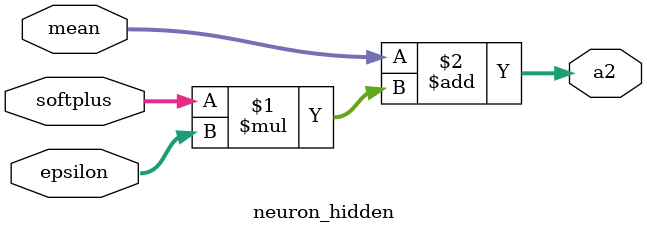
<source format=v>
module neuron_hidden(
    input wire [19:0] mean,    // Mean pertama
    input wire [19:0] epsilon,    // Noise pertama
    input wire [19:0] softplus,

    output wire [19:0] a2,    // Latent variable pertama
);
    // Reparameterization trick: a2 = mean + (softplus * epsilon)
    assign a2 = mean + (softplus * epsilon);
endmodule

</source>
